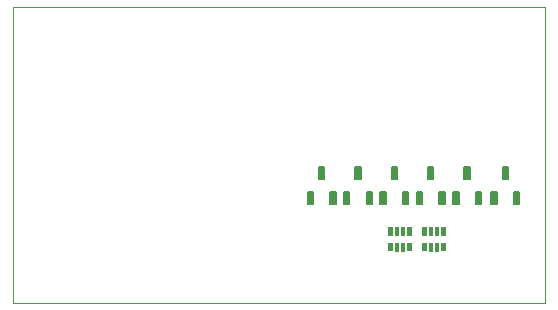
<source format=gbp>
G75*
%MOIN*%
%OFA0B0*%
%FSLAX25Y25*%
%IPPOS*%
%LPD*%
%AMOC8*
5,1,8,0,0,1.08239X$1,22.5*
%
%ADD10C,0.00000*%
%ADD11C,0.00591*%
%ADD12C,0.00260*%
%ADD13C,0.00201*%
D10*
X0050250Y0057425D02*
X0050250Y0155850D01*
X0227415Y0155850D01*
X0227415Y0057425D01*
X0050250Y0057425D01*
D11*
X0150191Y0090137D02*
X0150191Y0094389D01*
X0150191Y0090137D02*
X0148419Y0090137D01*
X0148419Y0094389D01*
X0150191Y0094389D01*
X0150191Y0090727D02*
X0148419Y0090727D01*
X0148419Y0091317D02*
X0150191Y0091317D01*
X0150191Y0091907D02*
X0148419Y0091907D01*
X0148419Y0092497D02*
X0150191Y0092497D01*
X0150191Y0093087D02*
X0148419Y0093087D01*
X0148419Y0093677D02*
X0150191Y0093677D01*
X0150191Y0094267D02*
X0148419Y0094267D01*
X0153931Y0098483D02*
X0153931Y0102735D01*
X0153931Y0098483D02*
X0152159Y0098483D01*
X0152159Y0102735D01*
X0153931Y0102735D01*
X0153931Y0099073D02*
X0152159Y0099073D01*
X0152159Y0099663D02*
X0153931Y0099663D01*
X0153931Y0100253D02*
X0152159Y0100253D01*
X0152159Y0100843D02*
X0153931Y0100843D01*
X0153931Y0101433D02*
X0152159Y0101433D01*
X0152159Y0102023D02*
X0153931Y0102023D01*
X0153931Y0102613D02*
X0152159Y0102613D01*
X0157671Y0094389D02*
X0157671Y0090137D01*
X0155899Y0090137D01*
X0155899Y0094389D01*
X0157671Y0094389D01*
X0157671Y0090727D02*
X0155899Y0090727D01*
X0155899Y0091317D02*
X0157671Y0091317D01*
X0157671Y0091907D02*
X0155899Y0091907D01*
X0155899Y0092497D02*
X0157671Y0092497D01*
X0157671Y0093087D02*
X0155899Y0093087D01*
X0155899Y0093677D02*
X0157671Y0093677D01*
X0157671Y0094267D02*
X0155899Y0094267D01*
X0162307Y0094389D02*
X0162307Y0090137D01*
X0160535Y0090137D01*
X0160535Y0094389D01*
X0162307Y0094389D01*
X0162307Y0090727D02*
X0160535Y0090727D01*
X0160535Y0091317D02*
X0162307Y0091317D01*
X0162307Y0091907D02*
X0160535Y0091907D01*
X0160535Y0092497D02*
X0162307Y0092497D01*
X0162307Y0093087D02*
X0160535Y0093087D01*
X0160535Y0093677D02*
X0162307Y0093677D01*
X0162307Y0094267D02*
X0160535Y0094267D01*
X0166047Y0098483D02*
X0166047Y0102735D01*
X0166047Y0098483D02*
X0164275Y0098483D01*
X0164275Y0102735D01*
X0166047Y0102735D01*
X0166047Y0099073D02*
X0164275Y0099073D01*
X0164275Y0099663D02*
X0166047Y0099663D01*
X0166047Y0100253D02*
X0164275Y0100253D01*
X0164275Y0100843D02*
X0166047Y0100843D01*
X0166047Y0101433D02*
X0164275Y0101433D01*
X0164275Y0102023D02*
X0166047Y0102023D01*
X0166047Y0102613D02*
X0164275Y0102613D01*
X0169788Y0094389D02*
X0169788Y0090137D01*
X0168016Y0090137D01*
X0168016Y0094389D01*
X0169788Y0094389D01*
X0169788Y0090727D02*
X0168016Y0090727D01*
X0168016Y0091317D02*
X0169788Y0091317D01*
X0169788Y0091907D02*
X0168016Y0091907D01*
X0168016Y0092497D02*
X0169788Y0092497D01*
X0169788Y0093087D02*
X0168016Y0093087D01*
X0168016Y0093677D02*
X0169788Y0093677D01*
X0169788Y0094267D02*
X0168016Y0094267D01*
X0174423Y0094413D02*
X0174423Y0090161D01*
X0172651Y0090161D01*
X0172651Y0094413D01*
X0174423Y0094413D01*
X0174423Y0090751D02*
X0172651Y0090751D01*
X0172651Y0091341D02*
X0174423Y0091341D01*
X0174423Y0091931D02*
X0172651Y0091931D01*
X0172651Y0092521D02*
X0174423Y0092521D01*
X0174423Y0093111D02*
X0172651Y0093111D01*
X0172651Y0093701D02*
X0174423Y0093701D01*
X0174423Y0094291D02*
X0172651Y0094291D01*
X0178164Y0098508D02*
X0178164Y0102760D01*
X0178164Y0098508D02*
X0176392Y0098508D01*
X0176392Y0102760D01*
X0178164Y0102760D01*
X0178164Y0099098D02*
X0176392Y0099098D01*
X0176392Y0099688D02*
X0178164Y0099688D01*
X0178164Y0100278D02*
X0176392Y0100278D01*
X0176392Y0100868D02*
X0178164Y0100868D01*
X0178164Y0101458D02*
X0176392Y0101458D01*
X0176392Y0102048D02*
X0178164Y0102048D01*
X0178164Y0102638D02*
X0176392Y0102638D01*
X0181904Y0094413D02*
X0181904Y0090161D01*
X0180132Y0090161D01*
X0180132Y0094413D01*
X0181904Y0094413D01*
X0181904Y0090751D02*
X0180132Y0090751D01*
X0180132Y0091341D02*
X0181904Y0091341D01*
X0181904Y0091931D02*
X0180132Y0091931D01*
X0180132Y0092521D02*
X0181904Y0092521D01*
X0181904Y0093111D02*
X0180132Y0093111D01*
X0180132Y0093701D02*
X0181904Y0093701D01*
X0181904Y0094291D02*
X0180132Y0094291D01*
X0186540Y0094413D02*
X0186540Y0090161D01*
X0184768Y0090161D01*
X0184768Y0094413D01*
X0186540Y0094413D01*
X0186540Y0090751D02*
X0184768Y0090751D01*
X0184768Y0091341D02*
X0186540Y0091341D01*
X0186540Y0091931D02*
X0184768Y0091931D01*
X0184768Y0092521D02*
X0186540Y0092521D01*
X0186540Y0093111D02*
X0184768Y0093111D01*
X0184768Y0093701D02*
X0186540Y0093701D01*
X0186540Y0094291D02*
X0184768Y0094291D01*
X0190280Y0098508D02*
X0190280Y0102760D01*
X0190280Y0098508D02*
X0188508Y0098508D01*
X0188508Y0102760D01*
X0190280Y0102760D01*
X0190280Y0099098D02*
X0188508Y0099098D01*
X0188508Y0099688D02*
X0190280Y0099688D01*
X0190280Y0100278D02*
X0188508Y0100278D01*
X0188508Y0100868D02*
X0190280Y0100868D01*
X0190280Y0101458D02*
X0188508Y0101458D01*
X0188508Y0102048D02*
X0190280Y0102048D01*
X0190280Y0102638D02*
X0188508Y0102638D01*
X0194020Y0094413D02*
X0194020Y0090161D01*
X0192248Y0090161D01*
X0192248Y0094413D01*
X0194020Y0094413D01*
X0194020Y0090751D02*
X0192248Y0090751D01*
X0192248Y0091341D02*
X0194020Y0091341D01*
X0194020Y0091931D02*
X0192248Y0091931D01*
X0192248Y0092521D02*
X0194020Y0092521D01*
X0194020Y0093111D02*
X0192248Y0093111D01*
X0192248Y0093701D02*
X0194020Y0093701D01*
X0194020Y0094291D02*
X0192248Y0094291D01*
X0198656Y0094413D02*
X0198656Y0090161D01*
X0196884Y0090161D01*
X0196884Y0094413D01*
X0198656Y0094413D01*
X0198656Y0090751D02*
X0196884Y0090751D01*
X0196884Y0091341D02*
X0198656Y0091341D01*
X0198656Y0091931D02*
X0196884Y0091931D01*
X0196884Y0092521D02*
X0198656Y0092521D01*
X0198656Y0093111D02*
X0196884Y0093111D01*
X0196884Y0093701D02*
X0198656Y0093701D01*
X0198656Y0094291D02*
X0196884Y0094291D01*
X0202396Y0098508D02*
X0202396Y0102760D01*
X0202396Y0098508D02*
X0200624Y0098508D01*
X0200624Y0102760D01*
X0202396Y0102760D01*
X0202396Y0099098D02*
X0200624Y0099098D01*
X0200624Y0099688D02*
X0202396Y0099688D01*
X0202396Y0100278D02*
X0200624Y0100278D01*
X0200624Y0100868D02*
X0202396Y0100868D01*
X0202396Y0101458D02*
X0200624Y0101458D01*
X0200624Y0102048D02*
X0202396Y0102048D01*
X0202396Y0102638D02*
X0200624Y0102638D01*
X0215137Y0102760D02*
X0215137Y0098508D01*
X0213365Y0098508D01*
X0213365Y0102760D01*
X0215137Y0102760D01*
X0215137Y0099098D02*
X0213365Y0099098D01*
X0213365Y0099688D02*
X0215137Y0099688D01*
X0215137Y0100278D02*
X0213365Y0100278D01*
X0213365Y0100868D02*
X0215137Y0100868D01*
X0215137Y0101458D02*
X0213365Y0101458D01*
X0213365Y0102048D02*
X0215137Y0102048D01*
X0215137Y0102638D02*
X0213365Y0102638D01*
X0211397Y0094413D02*
X0211397Y0090161D01*
X0209625Y0090161D01*
X0209625Y0094413D01*
X0211397Y0094413D01*
X0211397Y0090751D02*
X0209625Y0090751D01*
X0209625Y0091341D02*
X0211397Y0091341D01*
X0211397Y0091931D02*
X0209625Y0091931D01*
X0209625Y0092521D02*
X0211397Y0092521D01*
X0211397Y0093111D02*
X0209625Y0093111D01*
X0209625Y0093701D02*
X0211397Y0093701D01*
X0211397Y0094291D02*
X0209625Y0094291D01*
X0206136Y0094413D02*
X0206136Y0090161D01*
X0204364Y0090161D01*
X0204364Y0094413D01*
X0206136Y0094413D01*
X0206136Y0090751D02*
X0204364Y0090751D01*
X0204364Y0091341D02*
X0206136Y0091341D01*
X0206136Y0091931D02*
X0204364Y0091931D01*
X0204364Y0092521D02*
X0206136Y0092521D01*
X0206136Y0093111D02*
X0204364Y0093111D01*
X0204364Y0093701D02*
X0206136Y0093701D01*
X0206136Y0094291D02*
X0204364Y0094291D01*
X0218877Y0094413D02*
X0218877Y0090161D01*
X0217105Y0090161D01*
X0217105Y0094413D01*
X0218877Y0094413D01*
X0218877Y0090751D02*
X0217105Y0090751D01*
X0217105Y0091341D02*
X0218877Y0091341D01*
X0218877Y0091931D02*
X0217105Y0091931D01*
X0217105Y0092521D02*
X0218877Y0092521D01*
X0218877Y0093111D02*
X0217105Y0093111D01*
X0217105Y0093701D02*
X0218877Y0093701D01*
X0218877Y0094291D02*
X0217105Y0094291D01*
D12*
X0192664Y0082541D02*
X0192664Y0080085D01*
X0192664Y0082541D02*
X0194136Y0082541D01*
X0194136Y0080085D01*
X0192664Y0080085D01*
X0192664Y0080344D02*
X0194136Y0080344D01*
X0194136Y0080603D02*
X0192664Y0080603D01*
X0192664Y0080862D02*
X0194136Y0080862D01*
X0194136Y0081121D02*
X0192664Y0081121D01*
X0192664Y0081380D02*
X0194136Y0081380D01*
X0194136Y0081639D02*
X0192664Y0081639D01*
X0192664Y0081898D02*
X0194136Y0081898D01*
X0194136Y0082157D02*
X0192664Y0082157D01*
X0192664Y0082416D02*
X0194136Y0082416D01*
X0186364Y0082541D02*
X0186364Y0080085D01*
X0186364Y0082541D02*
X0187836Y0082541D01*
X0187836Y0080085D01*
X0186364Y0080085D01*
X0186364Y0080344D02*
X0187836Y0080344D01*
X0187836Y0080603D02*
X0186364Y0080603D01*
X0186364Y0080862D02*
X0187836Y0080862D01*
X0187836Y0081121D02*
X0186364Y0081121D01*
X0186364Y0081380D02*
X0187836Y0081380D01*
X0187836Y0081639D02*
X0186364Y0081639D01*
X0186364Y0081898D02*
X0187836Y0081898D01*
X0187836Y0082157D02*
X0186364Y0082157D01*
X0186364Y0082416D02*
X0187836Y0082416D01*
X0181414Y0082541D02*
X0181414Y0080085D01*
X0181414Y0082541D02*
X0182886Y0082541D01*
X0182886Y0080085D01*
X0181414Y0080085D01*
X0181414Y0080344D02*
X0182886Y0080344D01*
X0182886Y0080603D02*
X0181414Y0080603D01*
X0181414Y0080862D02*
X0182886Y0080862D01*
X0182886Y0081121D02*
X0181414Y0081121D01*
X0181414Y0081380D02*
X0182886Y0081380D01*
X0182886Y0081639D02*
X0181414Y0081639D01*
X0181414Y0081898D02*
X0182886Y0081898D01*
X0182886Y0082157D02*
X0181414Y0082157D01*
X0181414Y0082416D02*
X0182886Y0082416D01*
X0182886Y0077265D02*
X0182886Y0074809D01*
X0181414Y0074809D01*
X0181414Y0077265D01*
X0182886Y0077265D01*
X0182886Y0075068D02*
X0181414Y0075068D01*
X0181414Y0075327D02*
X0182886Y0075327D01*
X0182886Y0075586D02*
X0181414Y0075586D01*
X0181414Y0075845D02*
X0182886Y0075845D01*
X0182886Y0076104D02*
X0181414Y0076104D01*
X0181414Y0076363D02*
X0182886Y0076363D01*
X0182886Y0076622D02*
X0181414Y0076622D01*
X0181414Y0076881D02*
X0182886Y0076881D01*
X0182886Y0077140D02*
X0181414Y0077140D01*
X0176586Y0077265D02*
X0176586Y0074809D01*
X0175114Y0074809D01*
X0175114Y0077265D01*
X0176586Y0077265D01*
X0176586Y0075068D02*
X0175114Y0075068D01*
X0175114Y0075327D02*
X0176586Y0075327D01*
X0176586Y0075586D02*
X0175114Y0075586D01*
X0175114Y0075845D02*
X0176586Y0075845D01*
X0176586Y0076104D02*
X0175114Y0076104D01*
X0175114Y0076363D02*
X0176586Y0076363D01*
X0176586Y0076622D02*
X0175114Y0076622D01*
X0175114Y0076881D02*
X0176586Y0076881D01*
X0176586Y0077140D02*
X0175114Y0077140D01*
X0175114Y0080085D02*
X0175114Y0082541D01*
X0176586Y0082541D01*
X0176586Y0080085D01*
X0175114Y0080085D01*
X0175114Y0080344D02*
X0176586Y0080344D01*
X0176586Y0080603D02*
X0175114Y0080603D01*
X0175114Y0080862D02*
X0176586Y0080862D01*
X0176586Y0081121D02*
X0175114Y0081121D01*
X0175114Y0081380D02*
X0176586Y0081380D01*
X0176586Y0081639D02*
X0175114Y0081639D01*
X0175114Y0081898D02*
X0176586Y0081898D01*
X0176586Y0082157D02*
X0175114Y0082157D01*
X0175114Y0082416D02*
X0176586Y0082416D01*
X0187836Y0077265D02*
X0187836Y0074809D01*
X0186364Y0074809D01*
X0186364Y0077265D01*
X0187836Y0077265D01*
X0187836Y0075068D02*
X0186364Y0075068D01*
X0186364Y0075327D02*
X0187836Y0075327D01*
X0187836Y0075586D02*
X0186364Y0075586D01*
X0186364Y0075845D02*
X0187836Y0075845D01*
X0187836Y0076104D02*
X0186364Y0076104D01*
X0186364Y0076363D02*
X0187836Y0076363D01*
X0187836Y0076622D02*
X0186364Y0076622D01*
X0186364Y0076881D02*
X0187836Y0076881D01*
X0187836Y0077140D02*
X0186364Y0077140D01*
X0194136Y0077265D02*
X0194136Y0074809D01*
X0192664Y0074809D01*
X0192664Y0077265D01*
X0194136Y0077265D01*
X0194136Y0075068D02*
X0192664Y0075068D01*
X0192664Y0075327D02*
X0194136Y0075327D01*
X0194136Y0075586D02*
X0192664Y0075586D01*
X0192664Y0075845D02*
X0194136Y0075845D01*
X0194136Y0076104D02*
X0192664Y0076104D01*
X0192664Y0076363D02*
X0194136Y0076363D01*
X0194136Y0076622D02*
X0192664Y0076622D01*
X0192664Y0076881D02*
X0194136Y0076881D01*
X0194136Y0077140D02*
X0192664Y0077140D01*
D13*
X0191803Y0077295D02*
X0191803Y0074779D01*
X0190665Y0074779D01*
X0190665Y0077295D01*
X0191803Y0077295D01*
X0191803Y0074979D02*
X0190665Y0074979D01*
X0190665Y0075179D02*
X0191803Y0075179D01*
X0191803Y0075379D02*
X0190665Y0075379D01*
X0190665Y0075579D02*
X0191803Y0075579D01*
X0191803Y0075779D02*
X0190665Y0075779D01*
X0190665Y0075979D02*
X0191803Y0075979D01*
X0191803Y0076179D02*
X0190665Y0076179D01*
X0190665Y0076379D02*
X0191803Y0076379D01*
X0191803Y0076579D02*
X0190665Y0076579D01*
X0190665Y0076779D02*
X0191803Y0076779D01*
X0191803Y0076979D02*
X0190665Y0076979D01*
X0190665Y0077179D02*
X0191803Y0077179D01*
X0189835Y0077295D02*
X0189835Y0074779D01*
X0188697Y0074779D01*
X0188697Y0077295D01*
X0189835Y0077295D01*
X0189835Y0074979D02*
X0188697Y0074979D01*
X0188697Y0075179D02*
X0189835Y0075179D01*
X0189835Y0075379D02*
X0188697Y0075379D01*
X0188697Y0075579D02*
X0189835Y0075579D01*
X0189835Y0075779D02*
X0188697Y0075779D01*
X0188697Y0075979D02*
X0189835Y0075979D01*
X0189835Y0076179D02*
X0188697Y0076179D01*
X0188697Y0076379D02*
X0189835Y0076379D01*
X0189835Y0076579D02*
X0188697Y0076579D01*
X0188697Y0076779D02*
X0189835Y0076779D01*
X0189835Y0076979D02*
X0188697Y0076979D01*
X0188697Y0077179D02*
X0189835Y0077179D01*
X0188697Y0080055D02*
X0188697Y0082571D01*
X0189835Y0082571D01*
X0189835Y0080055D01*
X0188697Y0080055D01*
X0188697Y0080255D02*
X0189835Y0080255D01*
X0189835Y0080455D02*
X0188697Y0080455D01*
X0188697Y0080655D02*
X0189835Y0080655D01*
X0189835Y0080855D02*
X0188697Y0080855D01*
X0188697Y0081055D02*
X0189835Y0081055D01*
X0189835Y0081255D02*
X0188697Y0081255D01*
X0188697Y0081455D02*
X0189835Y0081455D01*
X0189835Y0081655D02*
X0188697Y0081655D01*
X0188697Y0081855D02*
X0189835Y0081855D01*
X0189835Y0082055D02*
X0188697Y0082055D01*
X0188697Y0082255D02*
X0189835Y0082255D01*
X0189835Y0082455D02*
X0188697Y0082455D01*
X0190665Y0082571D02*
X0190665Y0080055D01*
X0190665Y0082571D02*
X0191803Y0082571D01*
X0191803Y0080055D01*
X0190665Y0080055D01*
X0190665Y0080255D02*
X0191803Y0080255D01*
X0191803Y0080455D02*
X0190665Y0080455D01*
X0190665Y0080655D02*
X0191803Y0080655D01*
X0191803Y0080855D02*
X0190665Y0080855D01*
X0190665Y0081055D02*
X0191803Y0081055D01*
X0191803Y0081255D02*
X0190665Y0081255D01*
X0190665Y0081455D02*
X0191803Y0081455D01*
X0191803Y0081655D02*
X0190665Y0081655D01*
X0190665Y0081855D02*
X0191803Y0081855D01*
X0191803Y0082055D02*
X0190665Y0082055D01*
X0190665Y0082255D02*
X0191803Y0082255D01*
X0191803Y0082455D02*
X0190665Y0082455D01*
X0179415Y0082571D02*
X0179415Y0080055D01*
X0179415Y0082571D02*
X0180553Y0082571D01*
X0180553Y0080055D01*
X0179415Y0080055D01*
X0179415Y0080255D02*
X0180553Y0080255D01*
X0180553Y0080455D02*
X0179415Y0080455D01*
X0179415Y0080655D02*
X0180553Y0080655D01*
X0180553Y0080855D02*
X0179415Y0080855D01*
X0179415Y0081055D02*
X0180553Y0081055D01*
X0180553Y0081255D02*
X0179415Y0081255D01*
X0179415Y0081455D02*
X0180553Y0081455D01*
X0180553Y0081655D02*
X0179415Y0081655D01*
X0179415Y0081855D02*
X0180553Y0081855D01*
X0180553Y0082055D02*
X0179415Y0082055D01*
X0179415Y0082255D02*
X0180553Y0082255D01*
X0180553Y0082455D02*
X0179415Y0082455D01*
X0177447Y0082571D02*
X0177447Y0080055D01*
X0177447Y0082571D02*
X0178585Y0082571D01*
X0178585Y0080055D01*
X0177447Y0080055D01*
X0177447Y0080255D02*
X0178585Y0080255D01*
X0178585Y0080455D02*
X0177447Y0080455D01*
X0177447Y0080655D02*
X0178585Y0080655D01*
X0178585Y0080855D02*
X0177447Y0080855D01*
X0177447Y0081055D02*
X0178585Y0081055D01*
X0178585Y0081255D02*
X0177447Y0081255D01*
X0177447Y0081455D02*
X0178585Y0081455D01*
X0178585Y0081655D02*
X0177447Y0081655D01*
X0177447Y0081855D02*
X0178585Y0081855D01*
X0178585Y0082055D02*
X0177447Y0082055D01*
X0177447Y0082255D02*
X0178585Y0082255D01*
X0178585Y0082455D02*
X0177447Y0082455D01*
X0178585Y0077295D02*
X0178585Y0074779D01*
X0177447Y0074779D01*
X0177447Y0077295D01*
X0178585Y0077295D01*
X0178585Y0074979D02*
X0177447Y0074979D01*
X0177447Y0075179D02*
X0178585Y0075179D01*
X0178585Y0075379D02*
X0177447Y0075379D01*
X0177447Y0075579D02*
X0178585Y0075579D01*
X0178585Y0075779D02*
X0177447Y0075779D01*
X0177447Y0075979D02*
X0178585Y0075979D01*
X0178585Y0076179D02*
X0177447Y0076179D01*
X0177447Y0076379D02*
X0178585Y0076379D01*
X0178585Y0076579D02*
X0177447Y0076579D01*
X0177447Y0076779D02*
X0178585Y0076779D01*
X0178585Y0076979D02*
X0177447Y0076979D01*
X0177447Y0077179D02*
X0178585Y0077179D01*
X0180553Y0077295D02*
X0180553Y0074779D01*
X0179415Y0074779D01*
X0179415Y0077295D01*
X0180553Y0077295D01*
X0180553Y0074979D02*
X0179415Y0074979D01*
X0179415Y0075179D02*
X0180553Y0075179D01*
X0180553Y0075379D02*
X0179415Y0075379D01*
X0179415Y0075579D02*
X0180553Y0075579D01*
X0180553Y0075779D02*
X0179415Y0075779D01*
X0179415Y0075979D02*
X0180553Y0075979D01*
X0180553Y0076179D02*
X0179415Y0076179D01*
X0179415Y0076379D02*
X0180553Y0076379D01*
X0180553Y0076579D02*
X0179415Y0076579D01*
X0179415Y0076779D02*
X0180553Y0076779D01*
X0180553Y0076979D02*
X0179415Y0076979D01*
X0179415Y0077179D02*
X0180553Y0077179D01*
M02*

</source>
